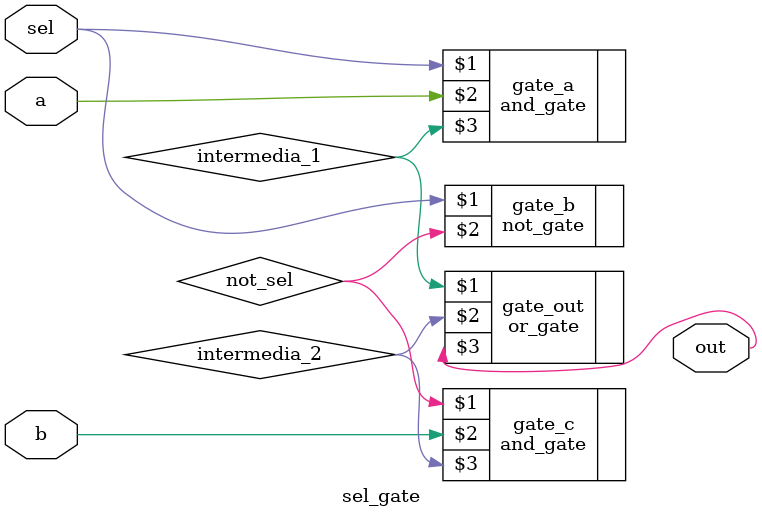
<source format=v>
`timescale 1ns / 1ps


module sel_gate(
    sel,
    a, //should be the input
    b, //should be the orig reg
    out

    );
    input a;
    input b;
    input sel;
    output out;
    wire intermedia_1,intermedia_2;
    wire not_sel;
and_gate gate_a(sel,a,intermedia_1);
not_gate gate_b(sel,not_sel);
and_gate gate_c(not_sel,b,intermedia_2);
or_gate gate_out(intermedia_1,intermedia_2,out);
endmodule

</source>
